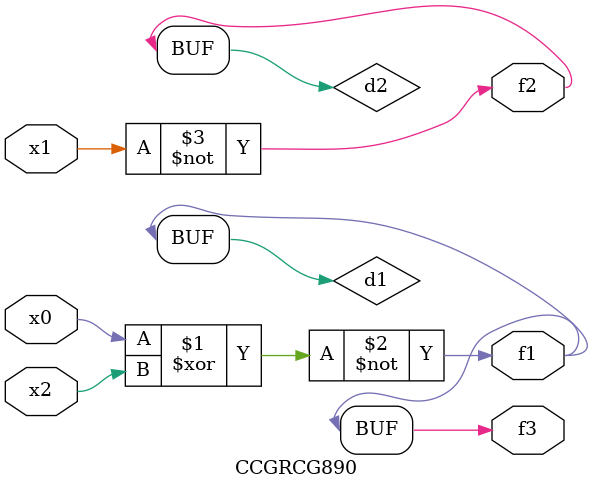
<source format=v>
module CCGRCG890(
	input x0, x1, x2,
	output f1, f2, f3
);

	wire d1, d2, d3;

	xnor (d1, x0, x2);
	nand (d2, x1);
	nor (d3, x1, x2);
	assign f1 = d1;
	assign f2 = d2;
	assign f3 = d1;
endmodule

</source>
